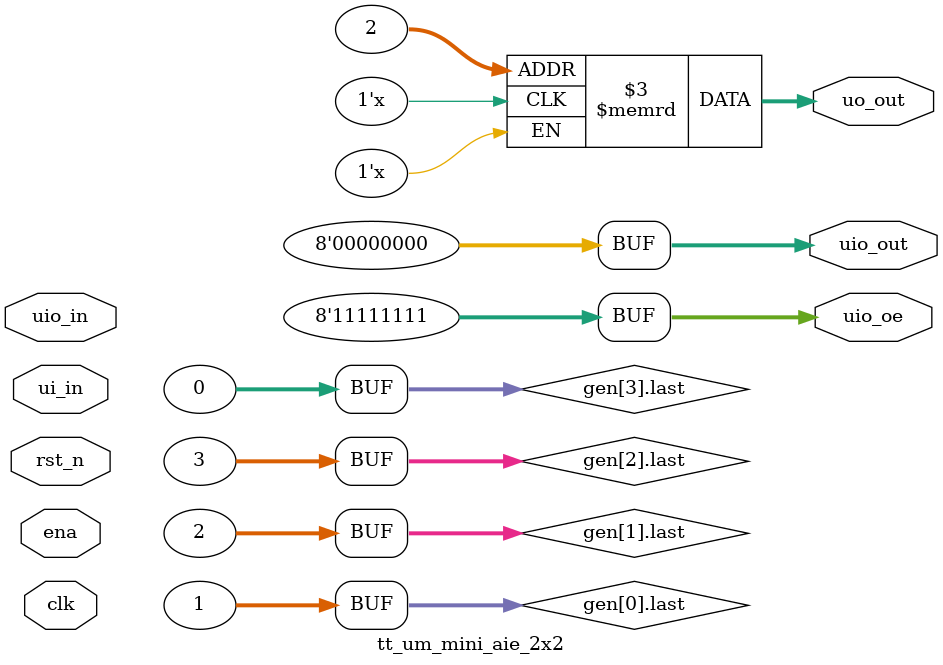
<source format=v>

`default_nettype none

module tt_um_mini_aie_2x2 (
    input  wire [7:0] ui_in,    // Dedicated inputs - connected to the input switches
    output wire [7:0] uo_out,   // Dedicated outputs - connected to the 7 segment display
    /* verilator lint_off UNUSEDSIGNAL */
    input  wire [7:0] uio_in,   // IOs: Bidirectional Input path
    /* verilator lint_on UNUSEDSIGNAL */
    output wire [7:0] uio_out,  // IOs: Bidirectional Output path
    output wire [7:0] uio_oe,   // IOs: Bidirectional Enable path (active high: 0=input, 1=output)
    input  wire       ena,      // will go high when the design is enabled
    input  wire       clk,      // clock
    input  wire       rst_n     // reset_n - low to reset
);

  wire reset = !rst_n & ena;
  assign uio_oe = 8'b11111111;

  // intermediate regs between FIFOs and switches
  reg [7:0] switch_fifo_in[4];
  reg [7:0] switch_fifo_out[4];

  // intermediate regs between switches and PEs
  reg [7:0] switch_pe_out[4];
  reg [7:0] switch_pe_in[4];

  // intermediate regs between PEs
  reg [7:0] prev_pe_in[4];
  reg [7:0] next_pe_in[4];

  // control signals
  wire switch_fifo_rd_en[4];
  wire switch_fifo_wr_en[4];
  
  // generate noc and pe array
  generate
    genvar i;
    for (i = 0; i < 4; i = i + 1) begin : gen
      if (i == 0) begin
        synchronous_fifo #(
            .DEPTH(2),
            .DATA_WIDTH(8)
        ) fifo (
            .clk(clk),
            .rst_n(rst_n),
            .w_en(ena),
            .r_en(switch_fifo_rd_en[i]),
            .data_in(ui_in),
            .data_out(switch_fifo_in[i]),
            .full(),
            .empty()
        );
      end else begin
        synchronous_fifo #(
            .DEPTH(2),
            .DATA_WIDTH(8)
        ) fifo (
            .clk(clk),
            .rst_n(rst_n),
            .w_en(switch_fifo_wr_en[i-1]),
            .r_en(switch_fifo_rd_en[i]),
            .data_in(switch_fifo_out[i-1]),
            .data_out(switch_fifo_in[i]),
            .full(),
            .empty()
        );
      end

      switch #(
          .rank(i)
      ) switch (
          .clk(clk),
          .rst_n(rst_n),
          .switch_fifo_in(switch_fifo_in[i]),
          .switch_fifo_out(switch_fifo_out[i]),
          .pe_fifo_in(switch_pe_out[i]),
          .pe_fifo_out(switch_pe_in[i]),
          .rd_en(switch_fifo_rd_en[i]),
          .wr_en(switch_fifo_wr_en[i])
      );

      integer last = i == 3 ? 0 : i + 1;
      compute_tile pe (
          .clk(clk),
          .rst_n(rst_n),
          .switch_data_in(switch_pe_in[i]),
          .switch_data_out(switch_pe_out[i]),
          .prev_pe_data_in(next_pe_in[last]),
          .next_pe_data_out(next_pe_in[i]),
          .next_pe_data_in(prev_pe_in[last]),
          .prev_pe_data_out(prev_pe_in[i])
      );
    end

  endgenerate
  assign uo_out = switch_fifo_out[2];
  assign uio_out = 8'b00000000;

  always @(posedge clk or negedge rst_n) begin
    $display("------------");
    $display("uo_out: %d, uio_in[7]: %d", uo_out, uio_in[7]);
    $display("switch_fifo_out[0]: %b, switch_fifo_in[0]: %b", switch_fifo_out[0], switch_fifo_in[0]);
    $display("switch_fifo_out[1]: %b, switch_fifo_in[1]: %b", switch_fifo_out[1], switch_fifo_in[1]);
    $display("switch_fifo_out[2]: %b, switch_fifo_in[2]: %b", switch_fifo_out[2], switch_fifo_in[2]);
    $display("switch_fifo_out[3]: %b, switch_fifo_in[3]: %b", switch_fifo_out[3], switch_fifo_in[3]);
  end
  

endmodule

</source>
